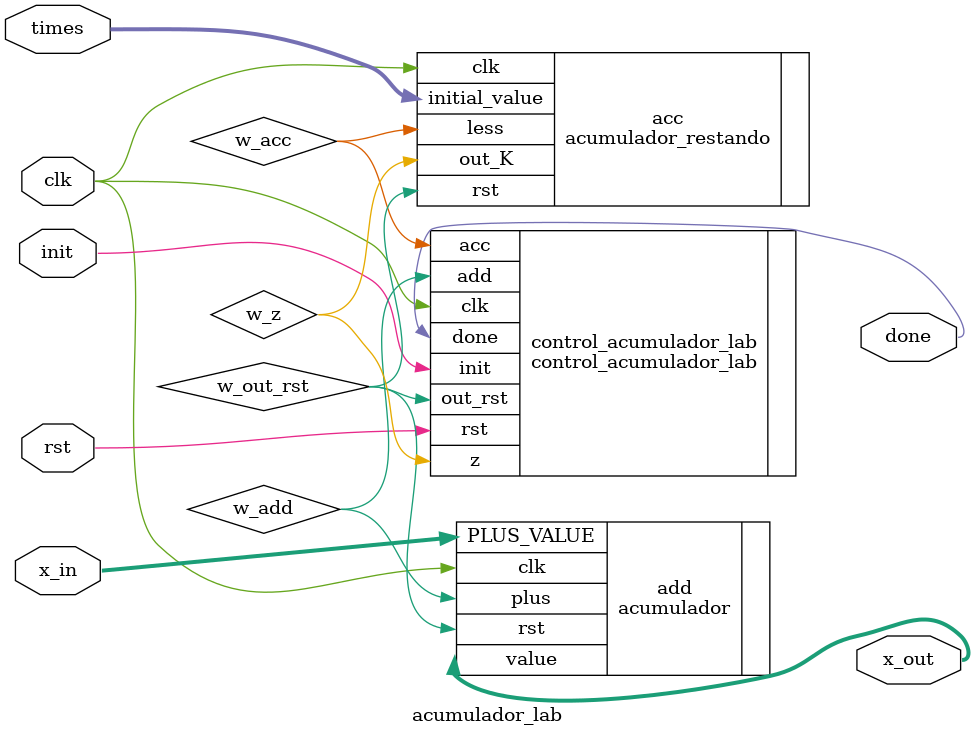
<source format=v>
module acumulador_lab(
  clk,
  rst,
  init,
  x_in,
  x_out,
  times,
  done
);
  input clk;
  input rst;
  input init;
  input [3:0] x_in;
  input [2:0] times;

  output [5:0] x_out;
  output done;

  wire w_out_rst;
  wire w_add;
  wire w_acc;
  wire w_z;
  wire [2:0] timer;
  
  acumulador #(
    .WIDTH(5)
  ) add (
    .clk(clk),
    .rst(w_out_rst),
    .PLUS_VALUE(x_in),
    .plus(w_add),
    .value(x_out)
  );

  acumulador_restando #(
    .REG_WIDTH(3)
  ) acc (
    .clk(clk),
    .rst(w_out_rst),
    .initial_value(times),
    .less(w_acc),
    .out_K(w_z)
  );
  
  control_acumulador_lab control_acumulador_lab(
    .clk(clk),
    .rst(rst),
    .init(init),
    .z(w_z),
    .out_rst(w_out_rst),
    .acc(w_acc),
    .add(w_add),
    .done(done)
  );
  
endmodule
</source>
